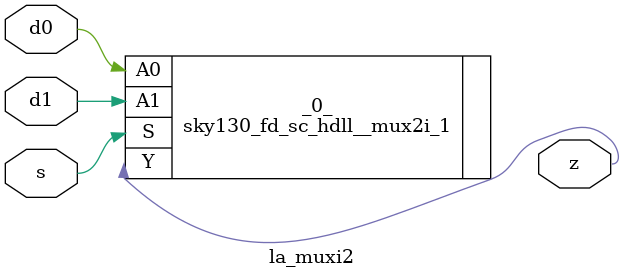
<source format=v>

/* Generated by Yosys 0.37 (git sha1 a5c7f69ed, clang 14.0.0-1ubuntu1.1 -fPIC -Os) */

module la_muxi2(d0, d1, s, z);
  input d0;
  wire d0;
  input d1;
  wire d1;
  input s;
  wire s;
  output z;
  wire z;
  sky130_fd_sc_hdll__mux2i_1 _0_ (
    .A0(d0),
    .A1(d1),
    .S(s),
    .Y(z)
  );
endmodule

</source>
